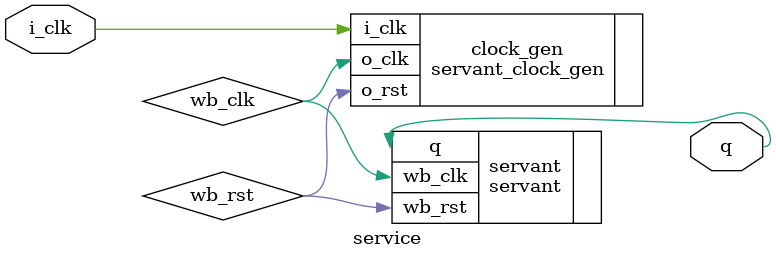
<source format=v>
`default_nettype none
module service
(
 input wire  i_clk,
 output wire q);

   parameter memfile = "zephyr_hello.hex";
   parameter memsize = 8192;
   parameter PLL = "NONE";

   wire      wb_clk;
   wire      wb_rst;

   servant_clock_gen #(.PLL (PLL))
   clock_gen
     (.i_clk (i_clk),
      .o_clk (wb_clk),
      .o_rst (wb_rst));

   servant
     #(.memfile (memfile),
       .memsize (memsize))
   servant
     (.wb_clk (wb_clk),
      .wb_rst (wb_rst),
      .q      (q));

endmodule
`default_nettype wire

</source>
